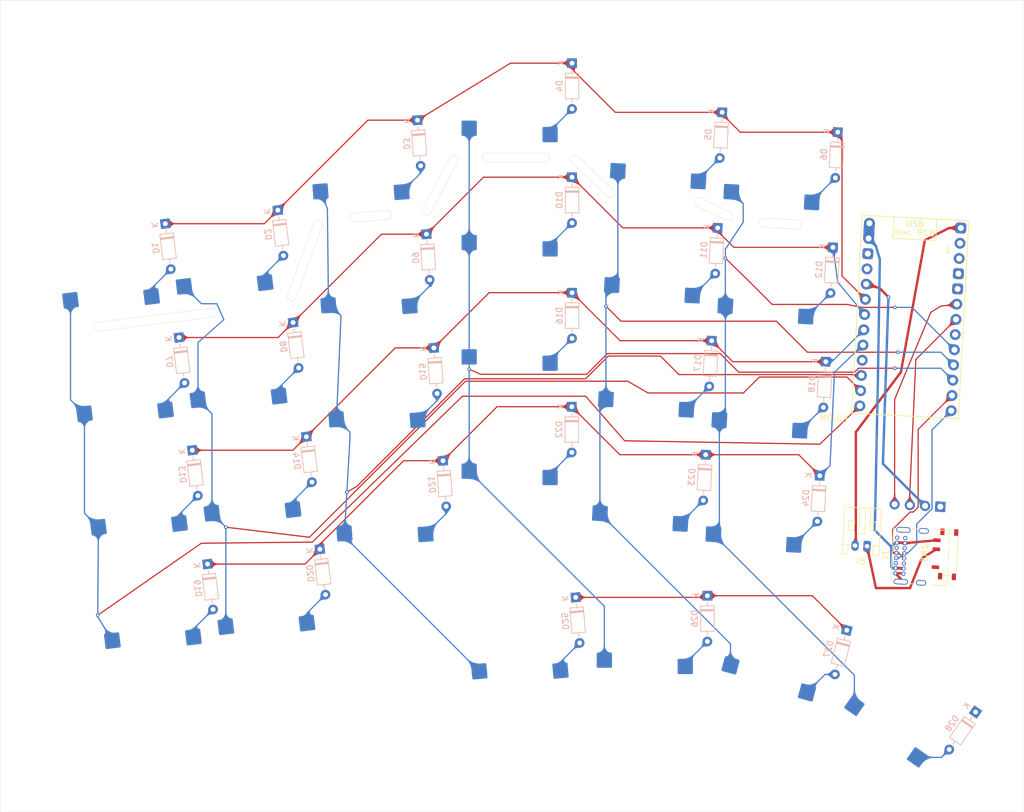
<source format=kicad_pcb>
(kicad_pcb (version 20241229) (generator "pcbnew") (generator_version "9.0")
  (layers (0 "F.Cu" signal) (2 "B.Cu" signal) (13 "F.Paste" user) (15 "B.Paste" user) (5 "F.SilkS" user "F.Silkscreen") (7 "B.SilkS" user "B.Silkscreen") (1 "F.Mask" user) (3 "B.Mask" user) (25 "Edge.Cuts" user))
  (net 0 "")
  (net 1 "LRow-1")
  (net 2 "Net-(D1-A)")
  (net 3 "Net-(D2-A)")
  (net 4 "Net-(D3-A)")
  (net 5 "Net-(D4-A)")
  (net 6 "Net-(D5-A)")
  (net 7 "Net-(D6-A)")
  (net 8 "Net-(D7-A)")
  (net 9 "LRow-2")
  (net 10 "Net-(D8-A)")
  (net 11 "Net-(D9-A)")
  (net 12 "Net-(D10-A)")
  (net 13 "Net-(D11-A)")
  (net 14 "Net-(D12-A)")
  (net 15 "LRow-3")
  (net 16 "Net-(D13-A)")
  (net 17 "Net-(D14-A)")
  (net 18 "Net-(D15-A)")
  (net 19 "Net-(D16-A)")
  (net 20 "Net-(D17-A)")
  (net 21 "Net-(D18-A)")
  (net 22 "Net-(D19-A)")
  (net 23 "LRow-4")
  (net 24 "Net-(D20-A)")
  (net 25 "Net-(D21-A)")
  (net 26 "Net-(D22-A)")
  (net 27 "Net-(D23-A)")
  (net 28 "Net-(D24-A)")
  (net 29 "LRow-5")
  (net 30 "Net-(D25-A)")
  (net 31 "Net-(D26-A)")
  (net 32 "Net-(D27-A)")
  (net 33 "Net-(D28-A)")
  (net 34 "PWR_Positive")
  (net 35 "GND")
  (net 36 "TX")
  (net 37 "RX")
  (net 42 "+3.3V")
  (net 43 "Net-(J2-SDA)")
  (net 44 "Net-(J2-SCL)")
  (net 45 "PWR_Negative")
  (net 46 "BATTERY_Positive")
  (net 47 "LCol-1")
  (net 48 "LCol-2")
  (net 49 "LCol-3")
  (net 50 "LCol-4")
  (net 51 "LCol-5")
  (net 52 "LCol-6")
  (footprint "ScottoKeebs_Components:OLED_128x32" (layer "F.Cu") (at 156.202731 126 87)
    (property "Reference" "J2" (hide yes))
    (property "Value" "OLED_128x32")
  )
  (footprint "marbastlib-various:SW_MSK12C02-HB" (layer "F.Cu") (at 167.379503 132.851588 -93)
    (property "Reference" "SW2")
    (property "Value" "SW_SPDT")
  )
  (footprint "Connector_JST:JST_PH_S2B-PH-K_1x02_P2.00mm_Horizontal" (layer "F.Cu") (at 153.870407 131.498978 177)
    (property "Reference" "J5")
    (property "Value" "Conn_01x02")
  )
  (footprint "Connector_USB:USB_C_Receptacle_GCT_USB4085" (layer "F.Cu") (at 158.574817 136.010271 87)
    (property "Reference" "J1")
    (property "Value" "USB_C_Receptacle_USB2.0_16P")
  )
  (footprint "marbastlib-xp-promicroish:SuperMini_nRF52840_AH_USBdn" (layer "F.Cu") (at 161.011357 94.563135 -3)
    (property "Reference" "MCUL1")
    (property "Value" "SuperMini nRF52840")
  )
  (footprint "ai03_ks33hotswap:Gateron-KS33-Hotswap-1U" (layer "B.Cu") (at 138.147972 87.175138 177)
    (property "Reference" "S12")
    (property "Value" "Keyswitch")
  )
  (footprint "ai03_ks33hotswap:Gateron-KS33-Hotswap-1U" (layer "B.Cu") (at 117.260919 121.729349 177)
    (property "Reference" "S23")
    (property "Value" "Keyswitch")
  )
  (footprint "ai03_ks33hotswap:Gateron-KS33-Hotswap-1U" (layer "B.Cu") (at 28.228171 84.917863 -173)
    (property "Reference" "S1")
    (property "Value" "Keyswitch")
  )
  (footprint "Diode_THT:D_DO-35_SOD27_P7.62mm_Horizontal" (layer "B.Cu") (at 81.734228 98.449281 -86)
    (property "Reference" "D15")
    (property "Value" "Diode")
  )
  (footprint "Diode_THT:D_DO-35_SOD27_P7.62mm_Horizontal" (layer "B.Cu") (at 127 116.25 -93)
    (property "Reference" "D23")
    (property "Value" "Diode")
  )
  (footprint "Diode_THT:D_DO-35_SOD27_P7.62mm_Horizontal" (layer "B.Cu") (at 127.284412 139.75 -90)
    (property "Reference" "D26")
    (property "Value" "Diode")
  )
  (footprint "Diode_THT:D_DO-35_SOD27_P7.62mm_Horizontal" (layer "B.Cu") (at 83.25 117.25 -86)
    (property "Reference" "D21")
    (property "Value" "Diode")
  )
  (footprint "Diode_THT:D_DO-35_SOD27_P7.62mm_Horizontal" (layer "B.Cu") (at 129 78.445222 -93)
    (property "Reference" "D11")
    (property "Value" "Diode")
  )
  (footprint "Diode_THT:D_DO-35_SOD27_P7.62mm_Horizontal" (layer "B.Cu") (at 128 97.25 -93)
    (property "Reference" "D17")
    (property "Value" "Diode")
  )
  (footprint "Diode_THT:D_DO-35_SOD27_P7.62mm_Horizontal" (layer "B.Cu") (at 104.75 70 -90)
    (property "Reference" "D10")
    (property "Value" "Diode")
  )
  (footprint "Diode_THT:D_DO-35_SOD27_P7.62mm_Horizontal" (layer "B.Cu") (at 171.935327 159.129031 -125)
    (property "Reference" "D28")
    (property "Value" "Diode")
  )
  (footprint "ai03_ks33hotswap:Gateron-KS33-Hotswap-1U" (layer "B.Cu") (at 32.871393 122.733872 -173)
    (property "Reference" "S13")
    (property "Value" "Keyswitch")
  )
  (footprint "Diode_THT:D_DO-35_SOD27_P7.62mm_Horizontal" (layer "B.Cu") (at 148.1994 81.695222 -93)
    (property "Reference" "D12")
    (property "Value" "Diode")
  )
  (footprint "ai03_ks33hotswap:Gateron-KS33-Hotswap-1U" (layer "B.Cu") (at 120.251919 64.657671 177)
    (property "Reference" "S5")
    (property "Value" "Keyswitch")
  )
  (footprint "Diode_THT:D_DO-35_SOD27_P7.62mm_Horizontal" (layer "B.Cu") (at 104.7 108.25 -90)
    (property "Reference" "D22")
    (property "Value" "Diode")
  )
  (footprint "ai03_ks33hotswap:Gateron-KS33-Hotswap-1U" (layer "B.Cu") (at 35.193004 141.641875 -173)
    (property "Reference" "S19")
    (property "Value" "Keyswitch")
  )
  (footprint "ai03_ks33hotswap:Gateron-KS33-Hotswap-1U" (layer "B.Cu") (at 139.144972 68.151245 177)
    (property "Reference" "S6")
    (property "Value" "Keyswitch")
  )
  (footprint "ai03_ks33hotswap:Gateron-KS33-Hotswap-1U" (layer "B.Cu") (at 119.254919 83.681564 177)
    (property "Reference" "S11")
    (property "Value" "Keyswitch")
  )
  (footprint "ai03_ks33hotswap:Gateron-KS33-Hotswap-1U" (layer "B.Cu") (at 95.25 76.2 180)
    (property "Reference" "S10")
    (property "Value" "Keyswitch")
  )
  (footprint "ai03_ks33hotswap:Gateron-KS33-Hotswap-1U" (layer "B.Cu") (at 54.101008 139.320265 -173)
    (property "Reference" "S20")
    (property "Value" "Keyswitch")
  )
  (footprint "ai03_ks33hotswap:Gateron-KS33-Hotswap-1U" (layer "B.Cu") (at 160.71944 158.629123 145)
    (property "Reference" "S28")
    (property "Value" "Keyswitch")
  )
  (footprint "Diode_THT:D_DO-35_SOD27_P7.62mm_Horizontal" (layer "B.Cu") (at 129.7506 59.195222 -93)
    (property "Reference" "D5")
    (property "Value" "Diode")
  )
  (footprint "Diode_THT:D_DO-35_SOD27_P7.62mm_Horizontal" (layer "B.Cu") (at 79 60.5 -86)
    (property "Reference" "D3")
    (property "Value" "Diode")
  )
  (footprint "ai03_ks33hotswap:Gateron-KS33-Hotswap-1U" (layer "B.Cu") (at 70.142279 67.142809 -176)
    (property "Reference" "S3")
    (property "Value" "Keyswitch")
  )
  (footprint "Diode_THT:D_DO-35_SOD27_P7.62mm_Horizontal" (layer "B.Cu") (at 104.75 51 -90)
    (property "Reference" "D4")
    (property "Value" "Diode")
  )
  (footprint "ai03_ks33hotswap:Gateron-KS33-Hotswap-1U" (layer "B.Cu") (at 95.25 95.25 180)
    (property "Reference" "S16")
    (property "Value" "Keyswitch")
  )
  (footprint "ai03_ks33hotswap:Gateron-KS33-Hotswap-1U" (layer "B.Cu") (at 47.136175 82.596252 -173)
    (property "Reference" "S2")
    (property "Value" "Keyswitch")
  )
  (footprint "ai03_ks33hotswap:Gateron-KS33-Hotswap-1U" (layer "B.Cu") (at 72.8 105.15 -176)
    (property "Reference" "S15")
    (property "Value" "Keyswitch")
  )
  (footprint "Diode_THT:D_DO-35_SOD27_P7.62mm_Horizontal" (layer "B.Cu") (at 37 77.75 -83)
    (property "Reference" "D1")
    (property "Value" "Diode")
  )
  (footprint "Diode_THT:D_DO-35_SOD27_P7.62mm_Horizontal" (layer "B.Cu") (at 44.035678 134.468399 -83)
    (property "Reference" "D19")
    (property "Value" "Diode")
  )
  (footprint "Diode_THT:D_DO-35_SOD27_P7.62mm_Horizontal" (layer "B.Cu") (at 58.285678 94.218399 -83)
    (property "Reference" "D8")
    (property "Value" "Diode")
  )
  (footprint "Diode_THT:D_DO-35_SOD27_P7.62mm_Horizontal" (layer "B.Cu") (at 104.75 89.25 -90)
    (property "Reference" "D16")
    (property "Value" "Diode")
  )
  (footprint "Diode_THT:D_DO-35_SOD27_P7.62mm_Horizontal" (layer "B.Cu") (at 62.75 132 -83)
    (property "Reference" "D20")
    (property "Value" "Diode")
  )
  (footprint "Diode_THT:D_DO-35_SOD27_P7.62mm_Horizontal" (layer "B.Cu") (at 149 62.5 -93)
    (property "Reference" "D6")
    (property "Value" "Diode")
  )
  (footprint "ai03_ks33hotswap:Gateron-KS33-Hotswap-1U" (layer "B.Cu") (at 137.150972 106.199031 177)
    (property "Reference" "S18")
    (property "Value" "Keyswitch")
  )
  (footprint "ai03_ks33hotswap:Gateron-KS33-Hotswap-1U" (layer "B.Cu") (at 136.153972 125.222923 177)
    (property "Reference" "S24")
    (property "Value" "Keyswitch")
  )
  (footprint "Diode_THT:D_DO-35_SOD27_P7.62mm_Horizontal" (layer "B.Cu") (at 39.285678 96.718399 -83)
    (property "Reference" "D7")
    (property "Value" "Diode")
  )
  (footprint "ai03_ks33hotswap:Gateron-KS33-Hotswap-1U" (layer "B.Cu") (at 95.25 57.15 180)
    (property "Reference" "S4")
    (property "Value" "Keyswitch")
  )
  (footprint "Diode_THT:D_DO-35_SOD27_P7.62mm_Horizontal" (layer "B.Cu") (at 41.5 115.5 -83)
    (property "Reference" "D13")
    (property "Value" "Diode")
  )
  (footprint "Diode_THT:D_DO-35_SOD27_P7.62mm_Horizontal" (layer "B.Cu") (at 150.5 145.5 -105)
    (property "Reference" "D27")
    (property "Value" "Diode")
  )
  (footprint "ai03_ks33hotswap:Gateron-KS33-Hotswap-1U" (layer "B.Cu") (at 71.47114 86.146404 -176)
    (property "Reference" "S9")
    (property "Value" "Keyswitch")
  )
  (footprint "ai03_ks33hotswap:Gateron-KS33-Hotswap-1U" (layer "B.Cu") (at 96.5 147 -175)
    (property "Reference" "S25")
    (property "Value" "Keyswitch")
  )
  (footprint "ai03_ks33hotswap:Gateron-KS33-Hotswap-1U" (layer "B.Cu") (at 117.759412 145.787573 180)
    (property "Reference" "S26")
    (property "Value" "Keyswitch")
  )
  (footprint "ai03_ks33hotswap:Gateron-KS33-Hotswap-1U" (layer "B.Cu") (at 49.457786 101.504256 -173)
    (property "Reference" "S8")
    (property "Value" "Keyswitch")
  )
  (footprint "ai03_ks33hotswap:Gateron-KS33-Hotswap-1U" (layer "B.Cu") (at 74.128861 124.153595 -176)
    (property "Reference" "S21")
    (property "Value" "Keyswitch")
  )
  (footprint "Diode_THT:D_DO-35_SOD27_P7.62mm_Horizontal" (layer "B.Cu") (at 147 100.75 -93)
    (property "Reference" "D18")
    (property "Value" "Diode")
  )
  (footprint "ai03_ks33hotswap:Gateron-KS33-Hotswap-1U" (layer "B.Cu") (at 95.25 114.3 180)
    (property "Reference" "S22")
    (property "Value" "Keyswitch")
  )
  (footprint "Diode_THT:D_DO-35_SOD27_P7.62mm_Horizontal" (layer "B.Cu") (at 80.5 79.5 -86)
    (property "Reference" "D9")
    (property "Value" "Diode")
  )
  (footprint "Diode_THT:D_DO-35_SOD27_P7.62mm_Horizontal" (layer "B.Cu") (at 55.75 75.5 -83)
    (property "Reference" "D2")
    (property "Value" "Diode")
  )
  (footprint "ai03_ks33hotswap:Gateron-KS33-Hotswap-1U" (layer "B.Cu") (at 118.257919 102.705457 177)
    (property "Reference" "S17")
    (property "Value" "Keyswitch")
  )
  (footprint "Diode_THT:D_DO-35_SOD27_P7.62mm_Horizontal" (layer "B.Cu") (at 105.346112 140.018309 -85)
    (property "Reference" "D25")
    (property "Value" "Diode")
  )
  (footprint "ai03_ks33hotswap:Gateron-KS33-Hotswap-1U" (layer "B.Cu") (at 30.549781 103.825867 -173)
    (property "Reference" "S7")
    (property "Value" "Keyswitch")
  )
  (footprint "ai03_ks33hotswap:Gateron-KS33-Hotswap-1U" (layer "B.Cu") (at 51.779397 120.41226 -173)
    (property "Reference" "S14")
    (property "Value" "Keyswitch")
  )
  (footprint "Diode_THT:D_DO-35_SOD27_P7.62mm_Horizontal" (layer "B.Cu") (at 60.5 113.25 -83)
    (property "Reference" "D14")
    (property "Value" "Diode")
  )
  (footprint "Diode_THT:D_DO-35_SOD27_P7.62mm_Horizontal" (layer "B.Cu") (at 146 119.75 -93)
    (property "Reference" "D24")
    (property "Value" "Diode")
  )
  (footprint "ai03_ks33hotswap:Gateron-KS33-Hotswap-1U" (layer "B.Cu") (at 139.724617 148.793759 165)
    (property "Reference" "S27")
    (property "Value" "Keyswitch")
  )
  (gr_arc (start 100.25 66) (mid 101 66.75) (end 100.25 67.5) (stroke (width 0.05)) (layer "Edge.Cuts"))
  (gr_line (start 44.664189 91.846993) (end 25.805813 94.16251) (stroke (width 0.05)) (layer "Edge.Cuts"))
  (gr_arc (start 84.376463 66.741423) (mid 85.390777 66.431315) (end 85.700885 67.44563) (stroke (width 0.05)) (layer "Edge.Cuts"))
  (gr_arc (start 61.714215 77.63318) (mid 62.675499 77.184927) (end 63.123754 78.146211) (stroke (width 0.05)) (layer "Edge.Cuts"))
  (gr_arc (start 104.745281 67.59373) (mid 104.72677 66.533233) (end 105.787267 66.51472) (stroke (width 0.05)) (layer "Edge.Cuts"))
  (gr_arc (start 81.123537 76.054369) (mid 80.109223 76.364477) (end 79.799115 75.350162) (stroke (width 0.05)) (layer "Edge.Cuts"))
  (gr_line (start 68.454382 75.943657) (end 73.940984 75.559997) (stroke (width 0.05)) (layer "Edge.Cuts"))
  (gr_arc (start 136.675265 78.35402) (mid 135.965545 77.565797) (end 136.753769 76.856076) (stroke (width 0.05)) (layer "Edge.Cuts"))
  (gr_line (start 61.714215 77.63318) (end 57.353458 89.614261) (stroke (width 0.05)) (layer "Edge.Cuts"))
  (gr_line (start 125.528317 74.794479) (end 130.471683 77.205521) (stroke (width 0.05)) (layer "Edge.Cuts"))
  (gr_line (start 100.25 66) (end 90.5 66) (stroke (width 0.05)) (layer "Edge.Cuts"))
  (gr_rect (start 9.5 40.5) (end 180 175.75) (stroke (width 0.05)) (fill no) (layer "Edge.Cuts"))
  (gr_line (start 136.675265 78.35402) (end 142.167727 78.641868) (stroke (width 0.05)) (layer "Edge.Cuts"))
  (gr_arc (start 58.762997 90.127292) (mid 57.801713 90.575545) (end 57.353458 89.614261) (stroke (width 0.05)) (layer "Edge.Cuts"))
  (gr_line (start 126.185875 73.446289) (end 131.129241 75.857331) (stroke (width 0.05)) (layer "Edge.Cuts"))
  (gr_line (start 136.753769 76.856076) (end 142.246231 77.143924) (stroke (width 0.05)) (layer "Edge.Cuts"))
  (gr_arc (start 73.940984 75.559997) (mid 74.741474 76.255852) (end 74.045618 77.056343) (stroke (width 0.05)) (layer "Edge.Cuts"))
  (gr_line (start 81.123537 76.054369) (end 85.700885 67.44563) (stroke (width 0.05)) (layer "Edge.Cuts"))
  (gr_arc (start 125.528317 74.794479) (mid 125.183 73.791606) (end 126.185875 73.446289) (stroke (width 0.05)) (layer "Edge.Cuts"))
  (gr_line (start 111.541985 72.071987) (end 105.787267 66.51472) (stroke (width 0.05)) (layer "Edge.Cuts"))
  (gr_arc (start 111.541985 72.071987) (mid 111.560497 73.132488) (end 110.5 73.150997) (stroke (width 0.05)) (layer "Edge.Cuts"))
  (gr_arc (start 142.246231 77.143924) (mid 142.955951 77.932147) (end 142.167727 78.641868) (stroke (width 0.05)) (layer "Edge.Cuts"))
  (gr_arc (start 44.664189 91.846993) (mid 45.5 92.5) (end 44.846993 93.335812) (stroke (width 0.05)) (layer "Edge.Cuts"))
  (gr_line (start 79.799115 75.350162) (end 84.376463 66.741423) (stroke (width 0.05)) (layer "Edge.Cuts"))
  (gr_arc (start 25.988617 95.651329) (mid 25.152805 94.998322) (end 25.805813 94.16251) (stroke (width 0.05)) (layer "Edge.Cuts"))
  (gr_line (start 110.5 73.150997) (end 104.745281 67.59373) (stroke (width 0.05)) (layer "Edge.Cuts"))
  (gr_arc (start 90.5 67.5) (mid 89.75 66.75) (end 90.5 66) (stroke (width 0.05)) (layer "Edge.Cuts"))
  (gr_line (start 68.559016 77.440003) (end 74.045618 77.056343) (stroke (width 0.05)) (layer "Edge.Cuts"))
  (gr_arc (start 68.559016 77.440003) (mid 67.758526 76.744148) (end 68.454382 75.943657) (stroke (width 0.05)) (layer "Edge.Cuts"))
  (gr_arc (start 131.129241 75.857331) (mid 131.474558 76.860204) (end 130.471683 77.205521) (stroke (width 0.05)) (layer "Edge.Cuts"))
  (gr_line (start 44.846993 93.335812) (end 25.988617 95.651329) (stroke (width 0.05)) (layer "Edge.Cuts"))
  (gr_line (start 100.25 67.5) (end 90.5 67.5) (stroke (width 0.05)) (layer "Edge.Cuts"))
  (gr_line (start 63.123754 78.146211) (end 58.762997 90.127292) (stroke (width 0.05)) (layer "Edge.Cuts"))
  (segment (start 149.7022 86.460557) (end 153.6012 90.359557) (width 0.2) (layer "F.Cu") (net 1))
  (segment (start 79 60.5) (end 94.5 51) (width 0.2) (layer "F.Cu") (net 1))
  (segment (start 94.5 51) (end 104.75 51) (width 0.2) (layer "F.Cu") (net 1))
  (segment (start 104.75 52) (end 111.945222 59.195222) (width 0.2) (layer "F.Cu") (net 1))
  (segment (start 104.75 51) (end 104.75 52) (width 0.2) (layer "F.Cu") (net 1))
  (segment (start 55.75 75.5) (end 70.75 60.5) (width 0.2) (layer "F.Cu") (net 1))
  (segment (start 111.945222 59.195222) (end 129.7506 59.195222) (width 0.2) (layer "F.Cu") (net 1))
  (segment (start 37 77.75) (end 53.5 77.75) (width 0.2) (layer "F.Cu") (net 1))
  (segment (start 129.7506 59.195222) (end 129.7506 59.5006) (width 0.2) (layer "F.Cu") (net 1))
  (segment (start 53.5 77.75) (end 55.75 75.5) (width 0.2) (layer "F.Cu") (net 1))
  (segment (start 129.7506 59.5006) (end 132.75 62.5) (width 0.2) (layer "F.Cu") (net 1))
  (segment (start 70.75 60.5) (end 79 60.5) (width 0.2) (layer "F.Cu") (net 1))
  (segment (start 149 62.5) (end 149.7022 63.2022) (width 0.2) (layer "F.Cu") (net 1))
  (segment (start 149.7022 63.2022) (end 149.7022 86.460557) (width 0.2) (layer "F.Cu") (net 1))
  (segment (start 132.75 62.5) (end 149 62.5) (width 0.2) (layer "F.Cu") (net 1))
  (segment (start 34.722908 89.913591) (end 34.722908 88.518938) (width 0.2) (layer "B.Cu") (net 2))
  (segment (start 34.722908 88.518938) (end 37.928644 85.313202) (width 0.2) (layer "B.Cu") (net 2))
  (segment (start 53.630912 86.110935) (end 56.678645 83.063202) (width 0.2) (layer "B.Cu") (net 3))
  (segment (start 53.630912 87.59198) (end 53.630912 86.110935) (width 0.2) (layer "B.Cu") (net 3))
  (segment (start 76.366659 72.471599) (end 79.531545 69.306713) (width 0.2) (layer "B.Cu") (net 4))
  (segment (start 79.531545 69.306713) (end 79.531545 68.101438) (width 0.2) (layer "B.Cu") (net 4))
  (segment (start 101.0875 62.2825) (end 104.75 58.62) (width 0.2) (layer "B.Cu") (net 5))
  (segment (start 101.0875 62.9) (end 101.0875 62.2825) (width 0.2) (layer "B.Cu") (net 5))
  (segment (start 125.780487 70.376092) (end 129.3518 66.804779) (width 0.2) (layer "B.Cu") (net 6))
  (segment (start 125.780487 70.705302) (end 125.780487 70.376092) (width 0.2) (layer "B.Cu") (net 6))
  (segment (start 144.67354 74.198876) (end 144.67354 74.037217) (width 0.2) (layer "B.Cu") (net 7))
  (segment (start 144.67354 74.037217) (end 148.6012 70.109557) (width 0.2) (layer "B.Cu") (net 7))
  (segment (start 37.044518 107.451405) (end 40.214322 104.281601) (width 0.2) (layer "B.Cu") (net 8))
  (segment (start 37.044518 108.821595) (end 37.044518 107.451405) (width 0.2) (layer "B.Cu") (net 8))
  (segment (start 73.004077 79.5) (end 80.5 79.5) (width 0.2) (layer "F.Cu") (net 9))
  (segment (start 129 79) (end 131.695222 81.695222) (width 0.2) (layer "F.Cu") (net 9))
  (segment (start 58.285678 94.218399) (end 73.004077 79.5) (width 0.2) (layer "F.Cu") (net 9))
  (segment (start 39.285678 96.718399) (end 55.785678 96.718399) (width 0.2) (layer "F.Cu") (net 9))
  (segment (start 131.695222 81.695222) (end 148.1994 81.695222) (width 0.2) (layer "F.Cu") (net 9))
  (segment (start 113.195222 78.445222) (end 129 78.445222) (width 0.2) (layer "F.Cu") (net 9))
  (segment (start 90 70) (end 104.75 70) (width 0.2) (layer "F.Cu") (net 9))
  (segment (start 55.785678 96.718399) (end 58.285678 94.218399) (width 0.2) (layer "F.Cu") (net 9))
  (segment (start 104.75 70) (end 113.195222 78.445222) (width 0.2) (layer "F.Cu") (net 9))
  (segment (start 129 78.445222) (end 129 79) (width 0.2) (layer "F.Cu") (net 9))
  (segment (start 80.5 79.5) (end 90 70) (width 0.2) (layer "F.Cu") (net 9))
  (segment (start 149 87.5) (end 153.468267 92.896075) (width 0.2) (layer "B.Cu") (net 9))
  (segment (start 148.1994 81.695222) (end 149 87.5) (width 0.2) (layer "B.Cu") (net 9))
  (segment (start 55.952523 105.0434) (end 59.214322 101.781601) (width 0.2) (layer "B.Cu") (net 10))
  (segment (start 55.952523 106.499984) (end 55.952523 105.0434) (width 0.2) (layer "B.Cu") (net 10))
  (segment (start 80.920714 88.25) (end 81 88.25) (width 0.2) (layer "B.Cu") (net 11))
  (segment (start 77.69552 91.475194) (end 77.69552 90.437462) (width 0.2) (layer "B.Cu") (net 11))
  (segment (start 81 88.25) (end 81 87.132982) (width 0.2) (layer "B.Cu") (net 11))
  (segment (start 77.69552 91.475194) (end 80.920714 88.25) (width 0.2) (layer "B.Cu") (net 11))
  (segment (start 81 87.132982) (end 81.031544 87.101438) (width 0.2) (layer "B.Cu") (net 11))
  (segment (start 101.0875 81.2825) (end 104.75 77.62) (width 0.2) (layer "B.Cu") (net 12))
  (segment (start 101.0875 81.95) (end 101.0875 81.2825) (width 0.2) (layer "B.Cu") (net 12))
  (segment (start 124.783487 89.729195) (end 124.926784 89.729195) (width 0.2) (layer "B.Cu") (net 13))
  (segment (start 124.926784 89.729195) (end 128.6012 86.054779) (width 0.2) (layer "B.Cu") (net 13))
  (segment (start 143.88261 93.222769) (end 147.8006 89.304779) (width 0.2) (layer "B.Cu") (net 14))
  (segment (start 143.67654 93.222769) (end 143.88261 93.222769) (width 0.2) (layer "B.Cu") (net 14))
  (segment (start 90.933509 89.25) (end 104.75 89.25) (width 0.2) (layer "F.Cu") (net 15))
  (segment (start 112.75 97.25) (end 128 97.25) (width 0.2) (layer "F.Cu") (net 15))
  (segment (start 104.75 89.25) (end 112.75 97.25) (width 0.2) (layer "F.Cu") (net 15))
  (segment (start 60.5 113.25) (end 75.300719 98.449281) (width 0.2) (layer "F.Cu") (net 15))
  (segment (start 75.300719 98.449281) (end 81.734228 98.449281) (width 0.2) (layer "F.Cu") (net 15))
  (segment (start 81.734228 98.449281) (end 90.933509 89.25) (width 0.2) (layer "F.Cu") (net 15))
  (segment (start 41.5 115.5) (end 58.25 115.5) (width 0.2) (layer "F.Cu") (net 15))
  (segment (start 131.5 100.75) (end 147 100.75) (width 0.2) (layer "F.Cu") (net 15))
  (segment (start 128 97.25) (end 131.5 100.75) (width 0.2) (layer "F.Cu") (net 15))
  (segment (start 58.25 115.5) (end 60.5 113.25) (width 0.2) (layer "F.Cu") (net 15))
  (segment (start 147 100.75) (end 148.017928 100.75) (width 0.2) (layer "B.Cu") (net 15))
  (segment (start 148.017928 100.75) (end 153.335333 95.432595) (width 0.2) (layer "B.Cu") (net 15))
  (segment (start 39.36613 127.7296) (end 39.36613 126.125716) (width 0.2) (layer "B.Cu") (net 16))
  (segment (start 39.36613 126.125716) (end 42.428644 123.063202) (width 0.2) (layer "B.Cu") (net 16))
  (segment (start 58.274134 125.407988) (end 58.274134 123.967712) (width 0.2) (layer "B.Cu") (net 17))
  (segment (start 58.274134 123.967712) (end 61.428644 120.813202) (width 0.2) (layer "B.Cu") (net 17))
  (segment (start 79.02438 110.47879) (end 82.265772 107.237398) (width 0.2) (layer "B.Cu") (net 18))
  (segment (start 82.265772 107.237398) (end 82.265772 106.050719) (width 0.2) (layer "B.Cu") (net 18))
  (segment (start 101.0875 100.5325) (end 104.75 96.87) (width 0.2) (layer "B.Cu") (net 19))
  (segment (start 101.0875 101) (end 101.0875 100.5325) (width 0.2) (layer "B.Cu") (net 19))
  (segment (start 123.786487 108.753088) (end 123.786487 108.67427) (width 0.2) (layer "B.Cu") (net 20))
  (segment (start 123.786487 108.67427) (end 127.6012 104.859557) (width 0.2) (layer "B.Cu") (net 20))
  (segment (start 142.67954 112.246662) (end 142.714095 112.246662) (width 0.2) (layer "B.Cu") (net 21))
  (segment (start 142.714095 112.246662) (end 146.6012 108.359557) (width 0.2) (layer "B.Cu") (net 21))
  (segment (start 41.687741 145.308182) (end 44.964322 142.031601) (width 0.2) (layer "B.Cu") (net 22))
  (segment (start 41.687741 146.637603) (end 41.687741 145.308182) (width 0.2) (layer "B.Cu") (net 22))
  (segment (start 92.25 108.25) (end 104.7 108.25) (width 0.2) (layer "F.Cu") (net 23))
  (segment (start 60.281601 134.468399) (end 62.75 132) (width 0.2) (layer "F.Cu") (net 23))
  (segment (start 62.75 131.193993) (end 76.693993 117.25) (width 0.2) (layer "F.Cu") (net 23))
  (segment (start 76.693993 117.25) (end 83.25 117.25) (width 0.2) (layer "F.Cu") (net 23))
  (segment (start 127 116.25) (end 142.5 116.25) (width 0.2) (layer "F.Cu") (net 23))
  (segment (start 62.75 132) (end 62.75 131.193993) (width 0.2) (layer "F.Cu") (net 23))
  (segment (start 104.7 108.25) (end 112.7 116.25) (width 0.2) (layer "F.Cu") (net 23))
  (segment (start 44.035678 134.468399) (end 60.281601 134.468399) (width 0.2) (layer "F.Cu") (net 23))
  (segment (start 83.25 117.25) (end 92.25 108.25) (width 0.2) (layer "F.Cu") (net 23))
  (segment (start 112.7 116.25) (end 127 116.25) (width 0.2) (layer "F.Cu") (net 23))
  (segment (start 142.5 116.25) (end 146 119.75) (width 0.2) (layer "F.Cu") (net 23))
  (segment (start 148.451788 102.5) (end 147.7022 118.0478) (width 0.2) (layer "B.Cu") (net 23))
  (segment (start 147.7022 118.0478) (end 146 119.75) (width 0.2) (layer "B.Cu") (net 23))
  (segment (start 153.2024 97.969114) (end 148.451788 102.5) (width 0.2) (layer "B.Cu") (net 23))
  (segment (start 60.595745 142.646101) (end 63.678644 139.563202) (width 0.2) (layer "B.Cu") (net 24))
  (segment (start 60.595745 144.315993) (end 60.595745 142.646101) (width 0.2) (layer "B.Cu") (net 24))
  (segment (start 80.353241 129.482385) (end 83.781544 126.054082) (width 0.2) (layer "B.Cu") (net 25))
  (segment (start 83.781544 126.054082) (end 83.781544 124.851438) (width 0.2) (layer "B.Cu") (net 25))
  (segment (start 101.0875 119.4825) (end 104.7 115.87) (width 0.2) (layer "B.Cu") (net 26))
  (segment (start 101.0875 120.05) (end 101.0875 119.4825) (width 0.2) (layer "B.Cu") (net 26))
  (segment (start 122.789487 127.77698) (end 122.789487 127.67127) (width 0.2) (layer "B.Cu") (net 27))
  (segment (start 122.789487 127.67127) (end 126.6012 123.859557) (width 0.2) (layer "B.Cu") (net 27))
  (segment (start 141.68254 131.270554) (end 141.690203 131.270554) (width 0.2) (layer "B.Cu") (net 28))
  (segment (start 141.690203 131.270554) (end 145.6012 127.359557) (width 0.2) (layer "B.Cu") (net 28))
  (segment (start 127.016103 140.018309) (end 127.284412 139.75) (width 0.2) (layer "F.Cu") (net 29))
  (segment (start 105.346112 140.018309) (end 127.016103 140.018309) (width 0.2) (layer "F.Cu") (net 29))
  (segment (start 144.75 139.75) (end 150.5 145.5) (width 0.2) (layer "F.Cu") (net 29))
  (segment (start 127.284412 139.75) (end 144.75 139.75) (width 0.2) (layer "F.Cu") (net 29))
  (segment (start 102.816432 152.219348) (end 102.816432 150.80312) (width 0.2) (layer "B.Cu") (net 30))
  (segment (start 102.816432 150.80312) (end 106.010239 147.609313) (width 0.2) (layer "B.Cu") (net 30))
  (segment (start 123.596912 151.0575) (end 127.284412 147.37) (width 0.2) (layer "B.Cu") (net 31))
  (segment (start 123.596912 151.537573) (end 123.596912 151.0575) (width 0.2) (layer "B.Cu") (net 31))
  (segment (start 143.875 155.858689) (end 146.873334 152.860355) (width 0.2) (layer "B.Cu") (net 32))
  (segment (start 146.873334 152.860355) (end 148.527799 152.860355) (width 0.2) (layer "B.Cu") (net 32))
  (segment (start 166.248144 166.6875) (end 167.564675 165.370969) (width 0.2) (layer "B.Cu") (net 33))
  (segment (start 162.203176 166.6875) (end 166.248144 166.6875) (width 0.2) (layer "B.Cu") (net 33))
  (segment (start 158.619303 135.161436) (end 159.896799 135.161436) (width 0.4) (layer "F.Cu") (net 34))
  (segment (start 160.18988 130.987914) (end 165.5 130.5) (width 0.4) (layer "F.Cu") (net 34))
  (segment (start 160.119226 130.91726) (end 160.18988 130.987914) (width 0.4) (layer "F.Cu") (net 34))
  (segment (start 159.896799 135.161436) (end 159.967452 135.232089) (width 0.4) (layer "F.Cu") (net 34))
  (segment (start 158.84173 130.91726) (end 160.119226 130.91726) (width 0.4) (layer "F.Cu") (net 34))
  (segment (start 158.84173 130.91726) (end 158.58274 130.91726) (width 0.4) (layer "B.Cu") (net 34))
  (segment (start 157.912788 131.587212) (end 155.168067 128.842491) (width 0.4) (layer "B.Cu") (net 34))
  (segment (start 155.168067 128.842491) (end 155.674091 104) (width 0.4) (layer "B.Cu") (net 34))
  (segment (start 157.912788 134.949895) (end 158.124329 135.161436) (width 0.4) (layer "B.Cu") (net 34))
  (segment (start 157.912788 131.587212) (end 157.912788 134.949895) (width 0.4) (layer "B.Cu") (net 34))
  (segment (start 156 83.674221) (end 155.326153 81.406701) (width 0.4) (layer "B.Cu") (net 34))
  (segment (start 155.326153 81.406701) (end 154.132933 80.213481) (width 0.4) (layer "B.Cu") (net 34))
  (segment (start 158.124329 135.161436) (end 158.619303 135.161436) (width 0.4) (layer "B.Cu") (net 34))
  (segment (start 158.58274 130.91726) (end 157.912788 131.587212) (width 0.4) (layer "B.Cu") (net 34))
  (segment (start 155.674091 104) (end 156 83.674221) (width 0.4) (layer "B.Cu") (net 34))
  (segment (start 159.48282 137.40971) (end 159.48282 136.918274) (width 0.4) (layer "F.Cu") (net 35))
  (segment (start 159.48282 136.918274) (end 158.574817 136.010271) (width 0.4) (layer "F.Cu") (net 35))
  (segment (start 158.574817 136.010271) (end 159.852313 136.010271) (width 0.4) (layer "F.Cu") (net 35))
  (segment (start 159.852313 136.010271) (end 159.922967 136.080925) (width 0.4) (layer "F.Cu") (net 35))
  (segment (start 164.687519 112.115051) (end 167.889781 108.912789) (width 0.2) (layer "B.Cu") (net 36))
  (segment (start 159.984604 132.685584) (end 160.10091 132.685584) (width 0.2) (layer "B.Cu") (net 36))
  (segment (start 160.10091 132.685584) (end 160.595884 132.685584) (width 0.2) (layer "B.Cu") (net 36))
  (segment (start 164.687519 125.258912) (end 164.687519 112.115051) (width 0.2) (layer "B.Cu") (net 36))
  (segment (start 159.206422 133.463766) (end 159.984604 132.685584) (width 0.2) (layer "B.Cu") (net 36))
  (segment (start 162.145191 127.80124) (end 164.687519 125.258912) (width 0.2) (layer "B.Cu") (net 36))
  (segment (start 162.145191 131.136277) (end 162.145191 127.80124) (width 0.2) (layer "B.Cu") (net 36))
  (segment (start 160.595884 132.685584) (end 162.145191 131.136277) (width 0.2) (layer "B.Cu") (net 36))
  (segment (start 158.708274 133.463766) (end 159.206422 133.463766) (width 0.2) (layer "B.Cu") (net 36))
  (segment (start 158.146245 132.50339) (end 158.146245 128.688979) (width 0.2) (layer "F.Cu") (net 37))
  (segment (start 160.029091 133.534419) (end 160.056423 133.534419) (width 0.2) (layer "F.Cu") (net 37))
  (segment (start 162.385519 112.013465) (end 168.022714 106.37627) (width 0.2) (layer "F.Cu") (net 37))
  (segment (start 158.88507 132.61493) (end 159 132.5) (width 0.2) (layer "F.Cu") (net 37))
  (segment (start 158.257785 132.61493) (end 158.146245 132.50339) (width 0.2) (layer "F.Cu") (net 37))
  (segment (start 158.146245 128.688979) (end 161.035006 125.800218) (width 0.2) (layer "F.Cu") (net 37))
  (segment (start 158.752759 132.61493) (end 159.109602 132.61493) (width 0.2) (layer "F.Cu") (net 37))
  (segment (start 162.385519 125) (end 162.385519 112.013465) (width 0.2) (layer "F.Cu") (net 37))
  (segment (start 159.109602 132.61493) (end 160.029091 133.534419) (width 0.2) (layer "F.Cu") (net 37))
  (segment (start 161.035006 125.800218) (end 161.585301 125.800218) (width 0.2) (layer "F.Cu") (net 37))
  (segment (start 161.585301 125.800218) (end 162.385519 125) (width 0.2) (layer "F.Cu") (net 37))
  (segment (start 158.752759 132.61493) (end 158.257785 132.61493) (width 0.2) (layer "F.Cu") (net 37))
  (segment (start 156 88.5) (end 153.734134 87.823038) (width 0.4) (layer "F.Cu") (net 42))
  (segment (start 157.433852 90) (end 156 88.5) (width 0.4) (layer "F.Cu") (net 42))
  (via (at 157.433852 90) (size 0.6) (drill 0.3) (layers "F.Cu" "B.Cu") (net 42))
  (segment (start 156.515678 117.761311) (end 163.536519 124.782152) (width 0.4) (layer "B.Cu") (net 42))
  (segment (start 157.433852 90) (end 156.515678 117.761311) (width 0.4) (layer "B.Cu") (net 42))
  (segment (start 164.5 92.5) (end 158.463481 107.026275) (width 0.2) (layer "F.Cu") (net 43))
  (segment (start 166.130418 91.5) (end 164.5 92.5) (width 0.2) (layer "F.Cu") (net 43))
  (segment (start 168.820314 91.157156) (end 166.130418 91.5) (width 0.2) (layer "F.Cu") (net 43))
  (segment (start 158.463481 107.026275) (end 158.463481 124.516285) (width 0.2) (layer "F.Cu") (net 43))
  (segment (start 161 122.5) (end 161 124.649218) (width 0.2) (layer "F.Cu") (net 44))
  (segment (start 162 100.381056) (end 161 122.5) (width 0.2) (layer "F.Cu") (net 44))
  (segment (start 168.687381 93.693675) (end 162 100.381056) (width 0.2) (layer "F.Cu") (net 44))
  (segment (start 152 131.5) (end 152 112.5) (width 0.4) (layer "F.Cu") (net 45))
  (segment (start 151.873148 131.394306) (end 151.894306 131.394306) (width 0.4) (layer "F.Cu") (net 45))
  (segment (start 163.5 80.5) (end 167.525438 78.474562) (width 0.4) (layer "F.Cu") (net 45))
  (segment (start 159.5 102.5) (end 163.5 80.5) (width 0.4) (layer "F.Cu") (net 45))
  (segment (start 152 112.5) (end 159.5 102.5) (width 0.4) (layer "F.Cu") (net 45))
  (segment (start 151.894306 131.394306) (end 152 131.5) (width 0.4) (layer "F.Cu") (net 45))
  (segment (start 167.525438 78.474562) (end 169.48498 78.474562) (width 0.4) (layer "F.Cu") (net 45))
  (segment (start 153.870407 131.498978) (end 155.347251 138.475822) (width 0.4) (layer "F.Cu") (net 46))
  (segment (start 163 133.5) (end 165.421496 131.997944) (width 0.4) (layer "F.Cu") (net 46))
  (segment (start 155.347251 138.475822) (end 161.024178 138.475822) (width 0.4) (layer "F.Cu") (net 46))
  (segment (start 161.024178 138.475822) (end 163 133.5) (width 0.4) (layer "F.Cu") (net 46))
  (segment (start 43 131) (end 61.5 130.808151) (width 0.2) (layer "F.Cu") (net 47))
  (segment (start 146 114.5) (end 152.670667 108.115189) (width 0.2) (layer "F.Cu") (net 47))
  (segment (start 107 106.5) (end 113.5 113.928224) (width 0.2) (layer "F.Cu") (net 47))
  (segment (start 25.751904 143) (end 43 131) (width 0.2) (layer "F.Cu") (net 47))
  (segment (start 113.5 113.928224) (end 146 114.5) (width 0.2) (layer "F.Cu") (net 47))
  (segment (start 86.5 106.5) (end 107 106.5) (width 0.2) (layer "F.Cu") (net 47))
  (segment (start 61.5 130.808151) (end 86.5 106.5) (width 0.2) (layer "F.Cu") (net 47))
  (via (at 25.751904 143) (size 0.6) (drill 0.3) (layers "F.Cu" "B.Cu") (net 47))
  (segment (start 23.541995 109.421611) (end 23.541995 126.008004) (width 0.2) (layer "B.Cu") (net 47))
  (segment (start 21.220385 90.513607) (end 21.220385 107.100001) (width 0.2) (layer "B.Cu") (net 47))
  (segment (start 25.75 143.25) (end 28.185218 147.237619) (width 0.2) (layer "B.Cu") (net 47))
  (segment (start 25.863607 128.329616) (end 25.751904 143) (width 0.2) (layer "B.Cu") (net 47))
  (segment (start 25.751904 143) (end 25.75 143.25) (width 0.2) (layer "B.Cu") (net 47))
  (segment (start 21.220385 107.100001) (end 23.541995 109.421611) (width 0.2) (layer "B.Cu") (net 47))
  (segment (start 23.541995 126.008004) (end 25.863607 128.329616) (width 0.2) (layer "B.Cu") (net 47))
  (segment (start 61 130) (end 87 104) (width 0.2) (layer "F.Cu") (net 48))
  (segment (start 135.949338 103.298031) (end 150.52296 103.298031) (width 0.2) (layer "F.Cu") (net 48))
  (segment (start 47.093222 128.329615) (end 61 130) (width 0.2) (layer "F.Cu") (net 48))
  (segment (start 150.52296 103.298031) (end 152.8036 105.578671) (width 0.2) (layer "F.Cu") (net 48))
  (segment (start 87 104) (end 114 104) (width 0.2) (layer "F.Cu") (net 48))
  (segment (start 117.410385 105.960557) (end 133.286812 105.960557) (width 0.2) (layer "F.Cu") (net 48))
  (segment (start 114 104) (end 117.410385 105.960557) (width 0.2) (layer "F.Cu") (net 48))
  (segment (start 133.286812 105.960557) (end 135.949338 103.298031) (width 0.2) (layer "F.Cu") (net 48))
  (via (at 47.093222 128.329615) (size 0.6) (drill 0.3) (layers "F.Cu" "B.Cu") (net 48))
  (segment (start 42.45 107.1) (end 44.771611 109.421611) (width 0.2) (layer "B.Cu") (net 48))
  (segment (start 40.128389 88.191996) (end 43.029468 91.093075) (width 0.2) (layer "B.Cu") (net 48))
  (segment (start 45.593075 91.093075) (end 46.75 93.75) (width 0.2) (layer "B.Cu") (net 48))
  (segment (start 47.093222 128.329615) (end 44.771611 126.008004) (width 0.2) (layer "B.Cu") (net 48))
  (segment (start 46.75 93.75) (end 42.45 97.55) (width 0.2) (layer "B.Cu") (net 48))
  (segment (start 44.771611 109.421611) (end 44.771611 126.008004) (width 0.2) (layer "B.Cu") (net 48))
  (segment (start 47.093222 128.329615) (end 47.093222 144.916009) (width 0.2) (layer "B.Cu") (net 48))
  (segment (start 42.45 97.55) (end 42.45 107.1) (width 0.2) (layer "B.Cu") (net 48))
  (segment (start 43.029468 91.093075) (end 45.593075 91.093075) (width 0.2) (layer "B.Cu") (net 48))
  (segment (start 68.9329 121.5) (end 86.8339 103.599) (width 0.2) (layer "F.Cu") (net 49))
  (segment (start 86.8339 103.599) (end 107 103.599) (width 0.2) (layer "F.Cu") (net 49))
  (segment (start 119.459553 99.804457) (end 122.552127 102.897031) (width 0.2) (layer "F.Cu") (net 49))
  (segment (start 152.791413 102.897031) (end 152.936533 103.042151) (width 0.2) (layer "F.Cu") (net 49))
  (segment (start 122.552127 102.897031) (end 152.791413 102.897031) (width 0.2) (layer "F.Cu") (net 49))
  (segment (start 110.794543 99.804457) (end 119.459553 99.804457) (width 0.2) (layer "F.Cu") (net 49))
  (segment (start 67.239177 122.5) (end 68.9329 121.5) (width 0.2) (layer "F.Cu") (net 49))
  (segment (start 107 103.599) (end 110.794543 99.804457) (width 0.2) (layer "F.Cu") (net 49))
  (via (at 67.239177 122.5) (size 0.6) (drill 0.3) (layers "F.Cu" "B.Cu") (net 49))
  (segment (start 67.75 113.75) (end 67.75 112.5) (width 0.2) (layer "B.Cu") (net 49))
  (segment (start 64 75.25) (end 64.1801 91.36772) (width 0.2) (layer "B.Cu") (net 49))
  (segment (start 67.239177 122.5) (end 66.837821 129.374911) (width 0.2) (layer "B.Cu") (net 49))
  (segment (start 67.75 112.5) (end 65.621316 110.371316) (width 0.2) (layer "B.Cu") (net 49))
  (segment (start 66.25 93) (end 66.25 93.5) (width 0.2) (layer "B.Cu") (net 49))
  (segment (start 64.1801 91.36772) (end 66.25 93) (width 0.2) (layer "B.Cu") (net 49))
  (segment (start 65.621316 110.371316) (end 65.50896 110.371316) (width 0.2) (layer "B.Cu") (net 49))
  (segment (start 66.837821 129.884393) (end 89.301195 152.347767) (width 0.2) (layer "B.Cu") (net 49))
  (segment (start 62.851239 72.364125) (end 64 75.25) (width 0.2) (layer "B.Cu") (net 49))
  (segment (start 67.239177 122.5) (end 67.75 113.75) (width 0.2) (layer "B.Cu") (net 49))
  (segment (start 66.837821 129.374911) (end 66.837821 129.884393) (width 0.2) (layer "B.Cu") (net 49))
  (segment (start 66.25 93.5) (end 65.50896 110.371316) (width 0.2) (layer "B.Cu") (net 49))
  (segment (start 151.784182 102.496031) (end 132.496031 102.496031) (width 0.2) (layer "F.Cu") (net 50))
  (segment (start 107.1809 102.851) (end 89.5 102.851) (width 0.2) (layer "F.Cu") (net 50))
  (segment (start 110.628443 99.403457) (end 107.1809 102.851) (width 0.2) (layer "F.Cu") (net 50))
  (segment (start 89.5 102.851) (end 87.6125 102) (width 0.2) (layer "F.Cu") (net 50))
  (segment (start 132.496031 102.496031) (end 129.403457 99.403457) (width 0.2) (layer "F.Cu") (net 50))
  (segment (start 129.403457 99.403457) (end 110.628443 99.403457) (width 0.2) (layer "F.Cu") (net 50))
  (segment (start 152.439062 101.841151) (end 151.784182 102.496031) (width 0.2) (layer "F.Cu") (net 50))
  (segment (start 158.5 101.841151) (end 152.439062 101.841151) (width 0.2) (layer "F.Cu") (net 50))
  (via (at 158.5 101.841151) (size 0.6) (drill 0.3) (layers "F.Cu" "B.Cu") (net 50))
  (via (at 87.6125 102) (size 0.6) (drill 0.3) (layers "F.Cu" "B.Cu") (net 50))
  (segment (start 87.75 62) (end 87.6125 62.1375) (width 0.2) (layer "B.Cu") (net 50))
  (segment (start 87.6125 80.9) (end 87.6125 102) (width 0.2) (layer "B.Cu") (net 50))
  (segment (start 87.6125 102) (end 87.6125 119) (width 0.2) (layer "B.Cu") (net 50))
  (segment (start 87.6125 61.8625) (end 87.75 62) (width 0.2) (layer "B.Cu") (net 50))
  (segment (start 166.157046 101.841151) (end 168.155647 103.839752) (width 0.2) (layer "B.Cu") (net 50))
  (segment (start 110.121912 141.509412) (end 110.121912 150.487573) (width 0.2) (layer "B.Cu") (net 50))
  (segment (start 87.6125 61.85) (end 87.6125 61.8625) (width 0.2) (layer "B.Cu") (net 50))
  (segment (start 87.6125 62.1375) (end 87.6125 80.9) (width 0.2) (layer "B.Cu") (net 50))
  (segment (start 87.6125 119) (end 110.121912 141.509412) (width 0.2) (layer "B.Cu") (net 50))
  (segment (start 158.5 101.841151) (end 166.157046 101.841151) (width 0.2) (layer "B.Cu") (net 50))
  (segment (start 143.942551 99.170114) (end 138.772437 94) (width 0.2) (layer "F.Cu") (net 51))
  (segment (start 112.884907 94) (end 110.384907 91.5) (width 0.2) (layer "F.Cu") (net 51))
  (segment (start 138.772437 94) (end 112.884907 94) (width 0.2) (layer "F.Cu") (net 51))
  (segment (start 159 99.170114) (end 143.942551 99.170114) (width 0.2) (layer "F.Cu") (net 51))
  (via (at 110.384907 91.5) (size 0.6) (drill 0.3) (layers "F.Cu" "B.Cu") (net 51))
  (via (at 159 99.170114) (size 0.6) (drill 0.3) (layers "F.Cu" "B.Cu") (net 51))
  (segment (start 112.378907 86.978407) (end 111.381907 87.975407) (width 0.2) (layer "B.Cu") (net 51))
  (segment (start 110.384907 107.115093) (end 109.387907 108.112093) (width 0.2) (layer "B.Cu") (net 51))
  (segment (start 111.381907 88.381907) (end 111.381907 87.975407) (width 0.2) (layer "B.Cu") (net 51))
  (segment (start 110.384907 89.378907) (end 111.381907 88.381907) (width 0.2) (layer "B.Cu") (net 51))
  (segment (start 159 99.170114) (end 166.155462 99.170114) (width 0.2) (layer "B.Cu") (net 51))
  (segment (start 110.384907 91.5) (end 110.384907 106.9993) (width 0.2) (layer "B.Cu") (net 51))
  (segment (start 131.130909 147.766194) (end 131.130909 151.35688) (width 0.2) (layer "B.Cu") (net 51))
  (segment (start 109.387907 108.112093) (end 109.387907 126.023192) (width 0.2) (layer "B.Cu") (net 51))
  (segment (start 166.155462 99.170114) (end 168.28858 101.303232) (width 0.2) (layer "B.Cu") (net 51))
  (segment (start 110.384907 106.9993) (end 110.384907 107.115093) (width 0.2) (layer "B.Cu") (net 51))
  (segment (start 109.387907 126.023192) (end 131.130909 147.766194) (width 0.2) (layer "B.Cu") (net 51))
  (segment (start 112.378907 68.951514) (end 112.378907 86.978407) (width 0.2) (layer "B.Cu") (net 51))
  (segment (start 110.384907 91.5) (end 110.384907 89.378907) (width 0.2) (layer "B.Cu") (net 51))
  (segment (start 150.5 91.202331) (end 138.072531 91.202331) (width 0.2) (layer "F.Cu") (net 52))
  (segment (start 158.5 91.695075) (end 152.970796 91.695075) (width 0.2) (layer "F.Cu") (net 52))
  (segment (start 138.072531 91.202331) (end 134.3702 87.5) (width 0.2) (layer "F.Cu") (net 52))
  (segment (start 134.3702 87.5) (end 130.27496 83.5) (width 0.2) (layer "F.Cu") (net 52))
  (segment (start 152.970796 91.695075) (end 150.5 91.202331) (width 0.2) (layer "F.Cu") (net 52))
  (via (at 158.5 91.695075) (size 0.6) (drill 0.3) (layers "F.Cu" "B.Cu") (net 52))
  (via (at 130.27496 83.5) (size 0.6) (drill 0.3) (layers "F.Cu" "B.Cu") (net 52))
  (segment (start 129.27796 110.492874) (end 129.27796 128.519766) (width 0.2) (layer "B.Cu") (net 52))
  (segment (start 130.27496 109.495874) (end 129.27796 110.492874) (width 0.2) (layer "B.Cu") (net 52))
  (segment (start 151.767357 153.003163) (end 151.767357 158.098448) (width 0.2) (layer "B.Cu") (net 52))
  (segment (start 130.27496 82) (end 133.25 77.5) (width 0.2) (layer "B.Cu") (net 52))
  (segment (start 128.28096 129.516766) (end 151.767357 153.003163) (width 0.2) (layer "B.Cu") (net 52))
  (segment (start 129.27796 128.519766) (end 128.28096 129.516766) (width 0.2) (layer "B.Cu") (net 52))
  (segment (start 130.27496 83.5) (end 130.27496 91.468981) (width 0.2) (layer "B.Cu") (net 52))
  (segment (start 158.5 91.695075) (end 161.349876 91.695075) (width 0.2) (layer "B.Cu") (net 52))
  (segment (start 130.27496 83.5) (end 130.27496 82) (width 0.2) (layer "B.Cu") (net 52))
  (segment (start 133.25 77.5) (end 133.25 74.423128) (width 0.2) (layer "B.Cu") (net 52))
  (segment (start 161.349876 91.695075) (end 168.421514 98.766713) (width 0.2) (layer "B.Cu") (net 52))
  (segment (start 133.25 74.423128) (end 131.27196 72.445088) (width 0.2) (layer "B.Cu") (net 52))
  (segment (start 130.27496 91.468981) (end 130.27496 109.495874) (width 0.2) (layer "B.Cu") (net 52))
)
</source>
